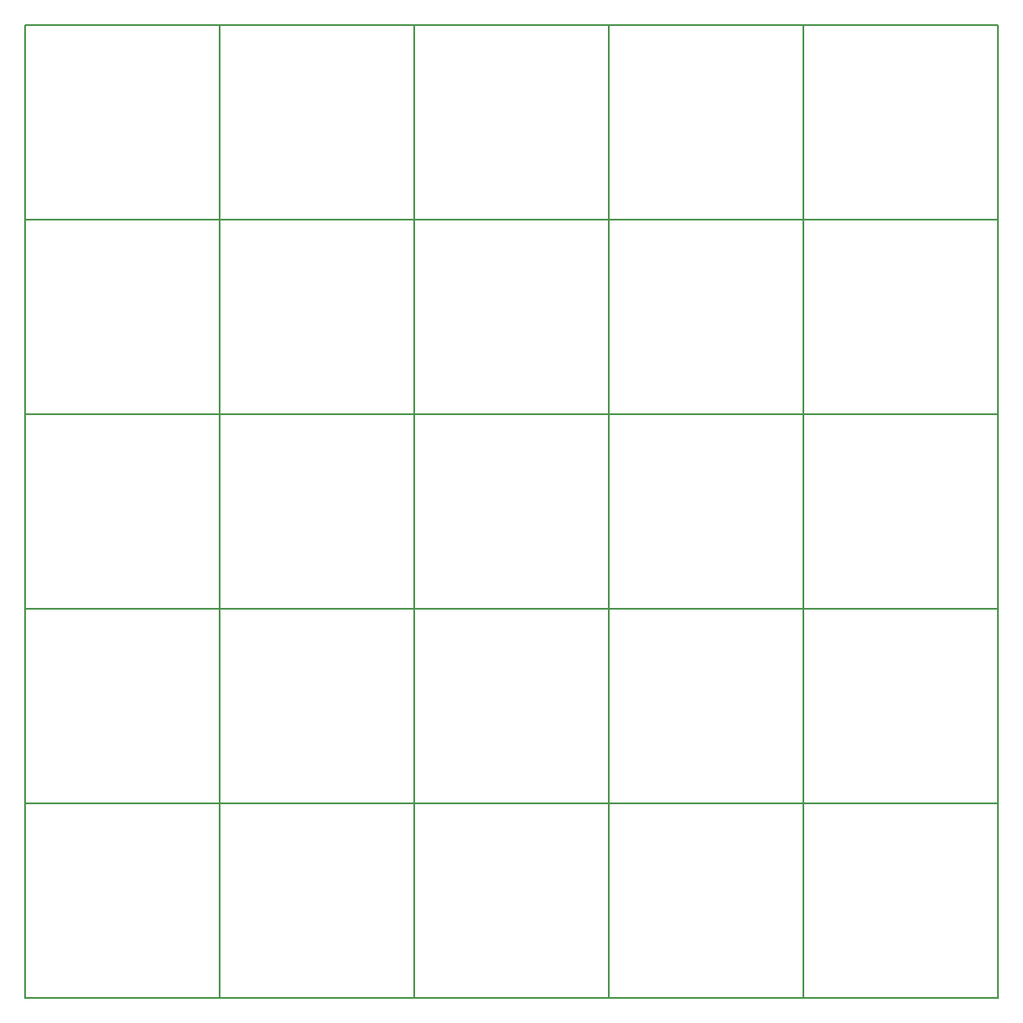
<source format=gbr>
%TF.GenerationSoftware,KiCad,Pcbnew,9.0.3+1*%
%TF.CreationDate,2025-09-14T03:51:47+09:00*%
%TF.ProjectId,kp25tk,6b703235-746b-42e6-9b69-6361645f7063,0.0.8*%
%TF.SameCoordinates,Original*%
%TF.FileFunction,OtherDrawing,Comment*%
%FSLAX46Y46*%
G04 Gerber Fmt 4.6, Leading zero omitted, Abs format (unit mm)*
G04 Created by KiCad (PCBNEW 9.0.3+1) date 2025-09-14 03:51:47*
%MOMM*%
%LPD*%
G01*
G04 APERTURE LIST*
%ADD10C,0.150000*%
G04 APERTURE END LIST*
D10*
%TO.C,SW18*%
X123300000Y-104380000D02*
X142350000Y-104380000D01*
X123300000Y-123430000D02*
X123300000Y-104380000D01*
X142350000Y-104380000D02*
X142350000Y-123430000D01*
X142350000Y-123430000D02*
X123300000Y-123430000D01*
%TO.C,SW22*%
X85200000Y-85330000D02*
X104250000Y-85330000D01*
X85200000Y-104380000D02*
X85200000Y-85330000D01*
X104250000Y-85330000D02*
X104250000Y-104380000D01*
X104250000Y-104380000D02*
X85200000Y-104380000D01*
%TO.C,SW11*%
X104250000Y-123430000D02*
X123300000Y-123430000D01*
X104250000Y-142480000D02*
X104250000Y-123430000D01*
X123300000Y-123430000D02*
X123300000Y-142480000D01*
X123300000Y-142480000D02*
X104250000Y-142480000D01*
%TO.C,SW21*%
X123300000Y-161530000D02*
X142350000Y-161530000D01*
X123300000Y-180580000D02*
X123300000Y-161530000D01*
X142350000Y-161530000D02*
X142350000Y-180580000D01*
X142350000Y-180580000D02*
X123300000Y-180580000D01*
%TO.C,SW3*%
X104250000Y-161530000D02*
X123300000Y-161530000D01*
X104250000Y-180580000D02*
X104250000Y-161530000D01*
X123300000Y-161530000D02*
X123300000Y-180580000D01*
X123300000Y-180580000D02*
X104250000Y-180580000D01*
%TO.C,SW5*%
X66150000Y-142480000D02*
X85200000Y-142480000D01*
X66150000Y-161530000D02*
X66150000Y-142480000D01*
X85200000Y-142480000D02*
X85200000Y-161530000D01*
X85200000Y-161530000D02*
X66150000Y-161530000D01*
%TO.C,SW23*%
X104250000Y-85330000D02*
X123300000Y-85330000D01*
X104250000Y-104380000D02*
X104250000Y-85330000D01*
X123300000Y-85330000D02*
X123300000Y-104380000D01*
X123300000Y-104380000D02*
X104250000Y-104380000D01*
%TO.C,SW8*%
X47100000Y-123430000D02*
X66150000Y-123430000D01*
X47100000Y-142480000D02*
X47100000Y-123430000D01*
X66150000Y-123430000D02*
X66150000Y-142480000D01*
X66150000Y-142480000D02*
X47100000Y-142480000D01*
%TO.C,SW19*%
X123300000Y-142480000D02*
X142350000Y-142480000D01*
X123300000Y-161530000D02*
X123300000Y-142480000D01*
X142350000Y-142480000D02*
X142350000Y-161530000D01*
X142350000Y-161530000D02*
X123300000Y-161530000D01*
%TO.C,SW12*%
X47100000Y-104380000D02*
X66150000Y-104380000D01*
X47100000Y-123430000D02*
X47100000Y-104380000D01*
X66150000Y-104380000D02*
X66150000Y-123430000D01*
X66150000Y-123430000D02*
X47100000Y-123430000D01*
%TO.C,SW24*%
X123300000Y-85330000D02*
X142350000Y-85330000D01*
X123300000Y-104380000D02*
X123300000Y-85330000D01*
X142350000Y-85330000D02*
X142350000Y-104380000D01*
X142350000Y-104380000D02*
X123300000Y-104380000D01*
%TO.C,SW15*%
X104250000Y-104380000D02*
X123300000Y-104380000D01*
X104250000Y-123430000D02*
X104250000Y-104380000D01*
X123300000Y-104380000D02*
X123300000Y-123430000D01*
X123300000Y-123430000D02*
X104250000Y-123430000D01*
%TO.C,SW20*%
X123300000Y-123430000D02*
X142350000Y-123430000D01*
X123300000Y-142480000D02*
X123300000Y-123430000D01*
X142350000Y-123430000D02*
X142350000Y-142480000D01*
X142350000Y-142480000D02*
X123300000Y-142480000D01*
%TO.C,SW0*%
X47100000Y-161530000D02*
X66150000Y-161530000D01*
X47100000Y-180580000D02*
X47100000Y-161530000D01*
X66150000Y-161530000D02*
X66150000Y-180580000D01*
X66150000Y-180580000D02*
X47100000Y-180580000D01*
%TO.C,SW14*%
X85200000Y-104380000D02*
X104250000Y-104380000D01*
X85200000Y-123430000D02*
X85200000Y-104380000D01*
X104250000Y-104380000D02*
X104250000Y-123430000D01*
X104250000Y-123430000D02*
X85200000Y-123430000D01*
%TO.C,SW10*%
X85200000Y-123430000D02*
X104250000Y-123430000D01*
X85200000Y-142480000D02*
X85200000Y-123430000D01*
X104250000Y-123430000D02*
X104250000Y-142480000D01*
X104250000Y-142480000D02*
X85200000Y-142480000D01*
%TO.C,SW13*%
X66150000Y-104380000D02*
X85200000Y-104380000D01*
X66150000Y-123430000D02*
X66150000Y-104380000D01*
X85200000Y-104380000D02*
X85200000Y-123430000D01*
X85200000Y-123430000D02*
X66150000Y-123430000D01*
%TO.C,SW9*%
X66150000Y-123430000D02*
X85200000Y-123430000D01*
X66150000Y-142480000D02*
X66150000Y-123430000D01*
X85200000Y-123430000D02*
X85200000Y-142480000D01*
X85200000Y-142480000D02*
X66150000Y-142480000D01*
%TO.C,SW2*%
X85200000Y-161530000D02*
X104250000Y-161530000D01*
X85200000Y-180580000D02*
X85200000Y-161530000D01*
X104250000Y-161530000D02*
X104250000Y-180580000D01*
X104250000Y-180580000D02*
X85200000Y-180580000D01*
%TO.C,SW17*%
X47100000Y-85330000D02*
X66150000Y-85330000D01*
X47100000Y-104380000D02*
X47100000Y-85330000D01*
X66150000Y-85330000D02*
X66150000Y-104380000D01*
X66150000Y-104380000D02*
X47100000Y-104380000D01*
%TO.C,SW16*%
X66150000Y-85330000D02*
X85200000Y-85330000D01*
X66150000Y-104380000D02*
X66150000Y-85330000D01*
X85200000Y-85330000D02*
X85200000Y-104380000D01*
X85200000Y-104380000D02*
X66150000Y-104380000D01*
%TO.C,SW6*%
X85200000Y-142480000D02*
X104250000Y-142480000D01*
X85200000Y-161530000D02*
X85200000Y-142480000D01*
X104250000Y-142480000D02*
X104250000Y-161530000D01*
X104250000Y-161530000D02*
X85200000Y-161530000D01*
%TO.C,SW4*%
X47100000Y-142480000D02*
X66150000Y-142480000D01*
X47100000Y-161530000D02*
X47100000Y-142480000D01*
X66150000Y-142480000D02*
X66150000Y-161530000D01*
X66150000Y-161530000D02*
X47100000Y-161530000D01*
%TO.C,SW7*%
X104250000Y-142480000D02*
X123300000Y-142480000D01*
X104250000Y-161530000D02*
X104250000Y-142480000D01*
X123300000Y-142480000D02*
X123300000Y-161530000D01*
X123300000Y-161530000D02*
X104250000Y-161530000D01*
%TO.C,SW1*%
X66150000Y-161530000D02*
X85200000Y-161530000D01*
X66150000Y-180580000D02*
X66150000Y-161530000D01*
X85200000Y-161530000D02*
X85200000Y-180580000D01*
X85200000Y-180580000D02*
X66150000Y-180580000D01*
%TD*%
M02*

</source>
